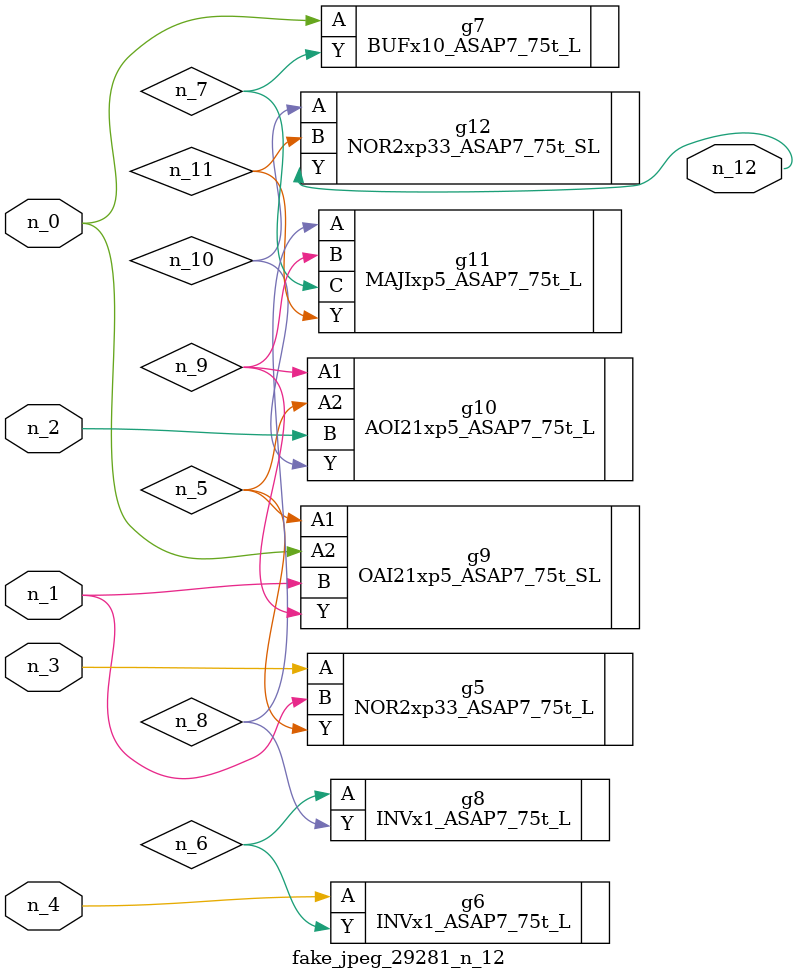
<source format=v>
module fake_jpeg_29281_n_12 (n_3, n_2, n_1, n_0, n_4, n_12);

input n_3;
input n_2;
input n_1;
input n_0;
input n_4;

output n_12;

wire n_11;
wire n_10;
wire n_8;
wire n_9;
wire n_6;
wire n_5;
wire n_7;

NOR2xp33_ASAP7_75t_L g5 ( 
.A(n_3),
.B(n_1),
.Y(n_5)
);

INVx1_ASAP7_75t_L g6 ( 
.A(n_4),
.Y(n_6)
);

BUFx10_ASAP7_75t_L g7 ( 
.A(n_0),
.Y(n_7)
);

INVx1_ASAP7_75t_L g8 ( 
.A(n_6),
.Y(n_8)
);

MAJIxp5_ASAP7_75t_L g11 ( 
.A(n_8),
.B(n_9),
.C(n_7),
.Y(n_11)
);

OAI21xp5_ASAP7_75t_SL g9 ( 
.A1(n_5),
.A2(n_0),
.B(n_1),
.Y(n_9)
);

AOI21xp5_ASAP7_75t_L g10 ( 
.A1(n_9),
.A2(n_5),
.B(n_2),
.Y(n_10)
);

NOR2xp33_ASAP7_75t_SL g12 ( 
.A(n_10),
.B(n_11),
.Y(n_12)
);


endmodule
</source>
